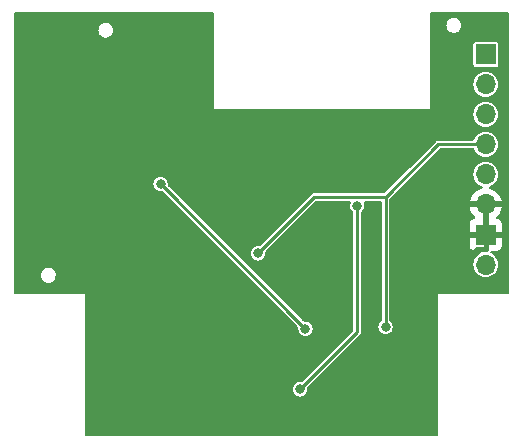
<source format=gbr>
%TF.GenerationSoftware,KiCad,Pcbnew,(6.0.4)*%
%TF.CreationDate,2022-03-25T23:20:21+00:00*%
%TF.ProjectId,IKEA Vindriktning Daughterboard,494b4541-2056-4696-9e64-72696b746e69,rev?*%
%TF.SameCoordinates,Original*%
%TF.FileFunction,Copper,L2,Bot*%
%TF.FilePolarity,Positive*%
%FSLAX46Y46*%
G04 Gerber Fmt 4.6, Leading zero omitted, Abs format (unit mm)*
G04 Created by KiCad (PCBNEW (6.0.4)) date 2022-03-25 23:20:21*
%MOMM*%
%LPD*%
G01*
G04 APERTURE LIST*
%TA.AperFunction,ComponentPad*%
%ADD10R,1.700000X1.700000*%
%TD*%
%TA.AperFunction,ComponentPad*%
%ADD11O,1.700000X1.700000*%
%TD*%
%TA.AperFunction,ViaPad*%
%ADD12C,0.800000*%
%TD*%
%TA.AperFunction,Conductor*%
%ADD13C,0.400000*%
%TD*%
%TA.AperFunction,Conductor*%
%ADD14C,0.250000*%
%TD*%
G04 APERTURE END LIST*
D10*
%TO.P,J1,1,Pin_1*%
%TO.N,unconnected-(J1-Pad1)*%
X80000000Y-83650000D03*
D11*
%TO.P,J1,2,Pin_2*%
%TO.N,TXD*%
X80000000Y-86190000D03*
%TO.P,J1,3,Pin_3*%
%TO.N,RXD*%
X80000000Y-88730000D03*
%TO.P,J1,4,Pin_4*%
%TO.N,LDR_A*%
X80000000Y-91270000D03*
%TO.P,J1,5,Pin_5*%
%TO.N,unconnected-(J1-Pad5)*%
X80000000Y-93810000D03*
%TO.P,J1,6,Pin_6*%
%TO.N,GND*%
X80000000Y-96350000D03*
%TD*%
D10*
%TO.P,J4,1,Pin_1*%
%TO.N,GND*%
X80000000Y-98910000D03*
D11*
%TO.P,J4,2,Pin_2*%
%TO.N,Net-(J4-Pad2)*%
X80000000Y-101450000D03*
%TD*%
D12*
%TO.N,GND*%
X55483000Y-103347700D03*
%TO.N,LDR_A*%
X60721800Y-100500000D03*
X71515300Y-106736400D03*
%TO.N,SensorIn*%
X64268400Y-112015600D03*
X69107000Y-96481100D03*
%TO.N,LDR_B*%
X64729200Y-106874100D03*
X52461700Y-94606600D03*
%TD*%
D13*
%TO.N,GND*%
X80000000Y-96350000D02*
X80000000Y-98910000D01*
X63931800Y-112817900D02*
X55483000Y-104369100D01*
X80000000Y-98910000D02*
X80000000Y-100160300D01*
X80000000Y-100160300D02*
X79223400Y-100160300D01*
X66565800Y-112817900D02*
X63931800Y-112817900D01*
X55483000Y-104369100D02*
X55483000Y-103347700D01*
X79223400Y-100160300D02*
X66565800Y-112817900D01*
D14*
%TO.N,LDR_A*%
X75989700Y-91270000D02*
X71515300Y-95744400D01*
X71515300Y-95744400D02*
X65477400Y-95744400D01*
X71515300Y-95744400D02*
X71515300Y-106736400D01*
X65477400Y-95744400D02*
X60721800Y-100500000D01*
X80000000Y-91270000D02*
X75989700Y-91270000D01*
%TO.N,SensorIn*%
X64268400Y-112015600D02*
X69107000Y-107177000D01*
X69107000Y-107177000D02*
X69107000Y-96481100D01*
%TO.N,LDR_B*%
X64729200Y-106874100D02*
X52461700Y-94606600D01*
%TD*%
%TA.AperFunction,Conductor*%
%TO.N,GND*%
G36*
X56942121Y-80070502D02*
G01*
X56988614Y-80124158D01*
X57000000Y-80176500D01*
X57000000Y-88250000D01*
X75250000Y-88250000D01*
X75250000Y-86175262D01*
X78944520Y-86175262D01*
X78961759Y-86380553D01*
X79018544Y-86578586D01*
X79021359Y-86584063D01*
X79021360Y-86584066D01*
X79042247Y-86624707D01*
X79112712Y-86761818D01*
X79240677Y-86923270D01*
X79397564Y-87056791D01*
X79577398Y-87157297D01*
X79672238Y-87188113D01*
X79767471Y-87219056D01*
X79767475Y-87219057D01*
X79773329Y-87220959D01*
X79977894Y-87245351D01*
X79984029Y-87244879D01*
X79984031Y-87244879D01*
X80040039Y-87240569D01*
X80183300Y-87229546D01*
X80189230Y-87227890D01*
X80189232Y-87227890D01*
X80375797Y-87175800D01*
X80375796Y-87175800D01*
X80381725Y-87174145D01*
X80387214Y-87171372D01*
X80387220Y-87171370D01*
X80560116Y-87084033D01*
X80565610Y-87081258D01*
X80727951Y-86954424D01*
X80862564Y-86798472D01*
X80883387Y-86761818D01*
X80961276Y-86624707D01*
X80964323Y-86619344D01*
X81029351Y-86423863D01*
X81055171Y-86219474D01*
X81055583Y-86190000D01*
X81035480Y-85984970D01*
X80975935Y-85787749D01*
X80879218Y-85605849D01*
X80805859Y-85515902D01*
X80752906Y-85450975D01*
X80752903Y-85450972D01*
X80749011Y-85446200D01*
X80731786Y-85431950D01*
X80595025Y-85318811D01*
X80595021Y-85318809D01*
X80590275Y-85314882D01*
X80409055Y-85216897D01*
X80212254Y-85155977D01*
X80206129Y-85155333D01*
X80206128Y-85155333D01*
X80013498Y-85135087D01*
X80013496Y-85135087D01*
X80007369Y-85134443D01*
X79920529Y-85142346D01*
X79808342Y-85152555D01*
X79808339Y-85152556D01*
X79802203Y-85153114D01*
X79604572Y-85211280D01*
X79422002Y-85306726D01*
X79417201Y-85310586D01*
X79417198Y-85310588D01*
X79406971Y-85318811D01*
X79261447Y-85435815D01*
X79129024Y-85593630D01*
X79126056Y-85599028D01*
X79126053Y-85599033D01*
X79119315Y-85611290D01*
X79029776Y-85774162D01*
X78967484Y-85970532D01*
X78966798Y-85976649D01*
X78966797Y-85976653D01*
X78945207Y-86169137D01*
X78944520Y-86175262D01*
X75250000Y-86175262D01*
X75250000Y-84519748D01*
X78949500Y-84519748D01*
X78961133Y-84578231D01*
X79005448Y-84644552D01*
X79071769Y-84688867D01*
X79083938Y-84691288D01*
X79083939Y-84691288D01*
X79124184Y-84699293D01*
X79130252Y-84700500D01*
X80869748Y-84700500D01*
X80875816Y-84699293D01*
X80916061Y-84691288D01*
X80916062Y-84691288D01*
X80928231Y-84688867D01*
X80994552Y-84644552D01*
X81038867Y-84578231D01*
X81050500Y-84519748D01*
X81050500Y-82780252D01*
X81038867Y-82721769D01*
X80994552Y-82655448D01*
X80928231Y-82611133D01*
X80916062Y-82608712D01*
X80916061Y-82608712D01*
X80875816Y-82600707D01*
X80869748Y-82599500D01*
X79130252Y-82599500D01*
X79124184Y-82600707D01*
X79083939Y-82608712D01*
X79083938Y-82608712D01*
X79071769Y-82611133D01*
X79005448Y-82655448D01*
X78961133Y-82721769D01*
X78949500Y-82780252D01*
X78949500Y-84519748D01*
X75250000Y-84519748D01*
X75250000Y-81193391D01*
X76662934Y-81193391D01*
X76663664Y-81200000D01*
X76679573Y-81344112D01*
X76731685Y-81486514D01*
X76735922Y-81492820D01*
X76735924Y-81492823D01*
X76747602Y-81510201D01*
X76816260Y-81612374D01*
X76928415Y-81714428D01*
X76935092Y-81718053D01*
X76935093Y-81718054D01*
X77054999Y-81783158D01*
X77055001Y-81783159D01*
X77061676Y-81786783D01*
X77069025Y-81788711D01*
X77201000Y-81823334D01*
X77201002Y-81823334D01*
X77208350Y-81825262D01*
X77289737Y-81826541D01*
X77352371Y-81827525D01*
X77352374Y-81827525D01*
X77359968Y-81827644D01*
X77419279Y-81814060D01*
X77500379Y-81795486D01*
X77500382Y-81795485D01*
X77507778Y-81793791D01*
X77514555Y-81790382D01*
X77514559Y-81790381D01*
X77636460Y-81729070D01*
X77643246Y-81725657D01*
X77725863Y-81655096D01*
X77752778Y-81632109D01*
X77752780Y-81632106D01*
X77758552Y-81627177D01*
X77847038Y-81504035D01*
X77851545Y-81492823D01*
X77900764Y-81370389D01*
X77900765Y-81370387D01*
X77903597Y-81363341D01*
X77924963Y-81213217D01*
X77925101Y-81200000D01*
X77924302Y-81193391D01*
X77910794Y-81081772D01*
X77906884Y-81049461D01*
X77853284Y-80907613D01*
X77767396Y-80782645D01*
X77654178Y-80681772D01*
X77520166Y-80610816D01*
X77373098Y-80573875D01*
X77365500Y-80573835D01*
X77365498Y-80573835D01*
X77302145Y-80573503D01*
X77221463Y-80573081D01*
X77214083Y-80574853D01*
X77214081Y-80574853D01*
X77081401Y-80606707D01*
X77074016Y-80608480D01*
X76939269Y-80678029D01*
X76825001Y-80777711D01*
X76737809Y-80901773D01*
X76682726Y-81043052D01*
X76681734Y-81050585D01*
X76681734Y-81050586D01*
X76677464Y-81083023D01*
X76662934Y-81193391D01*
X75250000Y-81193391D01*
X75250000Y-80176500D01*
X75270002Y-80108379D01*
X75323658Y-80061886D01*
X75376000Y-80050500D01*
X81823500Y-80050500D01*
X81891621Y-80070502D01*
X81938114Y-80124158D01*
X81949500Y-80176500D01*
X81949500Y-103823500D01*
X81929498Y-103891621D01*
X81875842Y-103938114D01*
X81823500Y-103949500D01*
X76010045Y-103949500D01*
X76010045Y-103947921D01*
X76007305Y-103948365D01*
X76000000Y-103945339D01*
X75989955Y-103949500D01*
X75961349Y-103961349D01*
X75945339Y-104000000D01*
X75949414Y-104009838D01*
X75948228Y-104020875D01*
X75949500Y-104029724D01*
X75949500Y-115823500D01*
X75929498Y-115891621D01*
X75875842Y-115938114D01*
X75823500Y-115949500D01*
X46176500Y-115949500D01*
X46108379Y-115929498D01*
X46061886Y-115875842D01*
X46050500Y-115823500D01*
X46050500Y-104010045D01*
X46052079Y-104010045D01*
X46051635Y-104007305D01*
X46054661Y-104000000D01*
X46050586Y-103990162D01*
X46050586Y-103990161D01*
X46045583Y-103978084D01*
X46038651Y-103961349D01*
X46021875Y-103954400D01*
X46016738Y-103952272D01*
X46016737Y-103952272D01*
X46010045Y-103949500D01*
X46000000Y-103945339D01*
X45990161Y-103949415D01*
X45979125Y-103948228D01*
X45970278Y-103949500D01*
X40176500Y-103949500D01*
X40108379Y-103929498D01*
X40061886Y-103875842D01*
X40050500Y-103823500D01*
X40050500Y-102353391D01*
X42328934Y-102353391D01*
X42329664Y-102360000D01*
X42345573Y-102504112D01*
X42397685Y-102646514D01*
X42401922Y-102652820D01*
X42401924Y-102652823D01*
X42413602Y-102670201D01*
X42482260Y-102772374D01*
X42594415Y-102874428D01*
X42601092Y-102878053D01*
X42601093Y-102878054D01*
X42720999Y-102943158D01*
X42721001Y-102943159D01*
X42727676Y-102946783D01*
X42735025Y-102948711D01*
X42867000Y-102983334D01*
X42867002Y-102983334D01*
X42874350Y-102985262D01*
X42955737Y-102986541D01*
X43018371Y-102987525D01*
X43018374Y-102987525D01*
X43025968Y-102987644D01*
X43085279Y-102974060D01*
X43166379Y-102955486D01*
X43166382Y-102955485D01*
X43173778Y-102953791D01*
X43180555Y-102950382D01*
X43180559Y-102950381D01*
X43302460Y-102889070D01*
X43309246Y-102885657D01*
X43391863Y-102815096D01*
X43418778Y-102792109D01*
X43418780Y-102792106D01*
X43424552Y-102787177D01*
X43513038Y-102664035D01*
X43517545Y-102652823D01*
X43566764Y-102530389D01*
X43566765Y-102530387D01*
X43569597Y-102523341D01*
X43590963Y-102373217D01*
X43591101Y-102360000D01*
X43590302Y-102353391D01*
X43573796Y-102217001D01*
X43572884Y-102209461D01*
X43519284Y-102067613D01*
X43433396Y-101942645D01*
X43320178Y-101841772D01*
X43186166Y-101770816D01*
X43039098Y-101733875D01*
X43031500Y-101733835D01*
X43031498Y-101733835D01*
X42968145Y-101733503D01*
X42887463Y-101733081D01*
X42880083Y-101734853D01*
X42880081Y-101734853D01*
X42747401Y-101766707D01*
X42740016Y-101768480D01*
X42605269Y-101838029D01*
X42599545Y-101843022D01*
X42599544Y-101843023D01*
X42595186Y-101846825D01*
X42491001Y-101937711D01*
X42455366Y-101988415D01*
X42409895Y-102053114D01*
X42403809Y-102061773D01*
X42348726Y-102203052D01*
X42347734Y-102210585D01*
X42347734Y-102210586D01*
X42346730Y-102218213D01*
X42328934Y-102353391D01*
X40050500Y-102353391D01*
X40050500Y-94606600D01*
X51856018Y-94606600D01*
X51876656Y-94763362D01*
X51937164Y-94909441D01*
X52033418Y-95034882D01*
X52158859Y-95131136D01*
X52304938Y-95191644D01*
X52313126Y-95192722D01*
X52333255Y-95195372D01*
X52461700Y-95212282D01*
X52528543Y-95203482D01*
X52598690Y-95214421D01*
X52634083Y-95239309D01*
X64096491Y-106701717D01*
X64130517Y-106764029D01*
X64132318Y-106807257D01*
X64123518Y-106874100D01*
X64144156Y-107030862D01*
X64204664Y-107176941D01*
X64209691Y-107183492D01*
X64291452Y-107290045D01*
X64300918Y-107302382D01*
X64426359Y-107398636D01*
X64572438Y-107459144D01*
X64729200Y-107479782D01*
X64737388Y-107478704D01*
X64877774Y-107460222D01*
X64885962Y-107459144D01*
X65032041Y-107398636D01*
X65157482Y-107302382D01*
X65166949Y-107290045D01*
X65248709Y-107183492D01*
X65253736Y-107176941D01*
X65314244Y-107030862D01*
X65334882Y-106874100D01*
X65314244Y-106717338D01*
X65253736Y-106571259D01*
X65157482Y-106445818D01*
X65032041Y-106349564D01*
X64885962Y-106289056D01*
X64729200Y-106268418D01*
X64662357Y-106277218D01*
X64592210Y-106266279D01*
X64556817Y-106241391D01*
X58815426Y-100500000D01*
X60116118Y-100500000D01*
X60136756Y-100656762D01*
X60197264Y-100802841D01*
X60293518Y-100928282D01*
X60418959Y-101024536D01*
X60565038Y-101085044D01*
X60721800Y-101105682D01*
X60729988Y-101104604D01*
X60870374Y-101086122D01*
X60878562Y-101085044D01*
X61024641Y-101024536D01*
X61150082Y-100928282D01*
X61246336Y-100802841D01*
X61306844Y-100656762D01*
X61327482Y-100500000D01*
X61318682Y-100433157D01*
X61329621Y-100363010D01*
X61354509Y-100327617D01*
X65575321Y-96106805D01*
X65637633Y-96072779D01*
X65664416Y-96069900D01*
X68438775Y-96069900D01*
X68506896Y-96089902D01*
X68553389Y-96143558D01*
X68563493Y-96213832D01*
X68555184Y-96244118D01*
X68521956Y-96324338D01*
X68501318Y-96481100D01*
X68521956Y-96637862D01*
X68582464Y-96783941D01*
X68678718Y-96909382D01*
X68685264Y-96914405D01*
X68732204Y-96950423D01*
X68774071Y-97007761D01*
X68781500Y-97050386D01*
X68781500Y-106989984D01*
X68761498Y-107058105D01*
X68744595Y-107079079D01*
X64440783Y-111382891D01*
X64378471Y-111416917D01*
X64335243Y-111418718D01*
X64268400Y-111409918D01*
X64111638Y-111430556D01*
X63965559Y-111491064D01*
X63840118Y-111587318D01*
X63743864Y-111712759D01*
X63683356Y-111858838D01*
X63662718Y-112015600D01*
X63683356Y-112172362D01*
X63743864Y-112318441D01*
X63840118Y-112443882D01*
X63965559Y-112540136D01*
X64111638Y-112600644D01*
X64268400Y-112621282D01*
X64276588Y-112620204D01*
X64416974Y-112601722D01*
X64425162Y-112600644D01*
X64571241Y-112540136D01*
X64696682Y-112443882D01*
X64792936Y-112318441D01*
X64853444Y-112172362D01*
X64874082Y-112015600D01*
X64865282Y-111948757D01*
X64876221Y-111878610D01*
X64901109Y-111843217D01*
X69323215Y-107421111D01*
X69331319Y-107413684D01*
X69337805Y-107408241D01*
X69360194Y-107389455D01*
X69365707Y-107379906D01*
X69379039Y-107356815D01*
X69384945Y-107347544D01*
X69400230Y-107325715D01*
X69406554Y-107316684D01*
X69409408Y-107306034D01*
X69410885Y-107302866D01*
X69412077Y-107299590D01*
X69417588Y-107290045D01*
X69424130Y-107252942D01*
X69426509Y-107242210D01*
X69436264Y-107205807D01*
X69432979Y-107168257D01*
X69432500Y-107157276D01*
X69432500Y-97050386D01*
X69452502Y-96982265D01*
X69481796Y-96950423D01*
X69528736Y-96914405D01*
X69535282Y-96909382D01*
X69631536Y-96783941D01*
X69692044Y-96637862D01*
X69712682Y-96481100D01*
X69692044Y-96324338D01*
X69658816Y-96244118D01*
X69651227Y-96173528D01*
X69683006Y-96110041D01*
X69744065Y-96073814D01*
X69775225Y-96069900D01*
X71063800Y-96069900D01*
X71131921Y-96089902D01*
X71178414Y-96143558D01*
X71189800Y-96195900D01*
X71189800Y-106167114D01*
X71169798Y-106235235D01*
X71140504Y-106267077D01*
X71087018Y-106308118D01*
X70990764Y-106433559D01*
X70930256Y-106579638D01*
X70909618Y-106736400D01*
X70930256Y-106893162D01*
X70990764Y-107039241D01*
X71087018Y-107164682D01*
X71212459Y-107260936D01*
X71358538Y-107321444D01*
X71366726Y-107322522D01*
X71436919Y-107331763D01*
X71515300Y-107342082D01*
X71523488Y-107341004D01*
X71663874Y-107322522D01*
X71672062Y-107321444D01*
X71818141Y-107260936D01*
X71943582Y-107164682D01*
X72039836Y-107039241D01*
X72100344Y-106893162D01*
X72120982Y-106736400D01*
X72100344Y-106579638D01*
X72039836Y-106433559D01*
X71943582Y-106308118D01*
X71890096Y-106267077D01*
X71848229Y-106209739D01*
X71840800Y-106167114D01*
X71840800Y-99804669D01*
X78642001Y-99804669D01*
X78642371Y-99811490D01*
X78647895Y-99862352D01*
X78651521Y-99877604D01*
X78696676Y-99998054D01*
X78705214Y-100013649D01*
X78781715Y-100115724D01*
X78794276Y-100128285D01*
X78896351Y-100204786D01*
X78911946Y-100213324D01*
X79032394Y-100258478D01*
X79047649Y-100262105D01*
X79098514Y-100267631D01*
X79105328Y-100268000D01*
X79480432Y-100268000D01*
X79548553Y-100288002D01*
X79595046Y-100341658D01*
X79605150Y-100411932D01*
X79575656Y-100476512D01*
X79538812Y-100505659D01*
X79422002Y-100566726D01*
X79417201Y-100570586D01*
X79417198Y-100570588D01*
X79406971Y-100578811D01*
X79261447Y-100695815D01*
X79129024Y-100853630D01*
X79126056Y-100859028D01*
X79126053Y-100859033D01*
X79035068Y-101024536D01*
X79029776Y-101034162D01*
X78967484Y-101230532D01*
X78966798Y-101236649D01*
X78966797Y-101236653D01*
X78945207Y-101429137D01*
X78944520Y-101435262D01*
X78961759Y-101640553D01*
X78963458Y-101646478D01*
X79000131Y-101774371D01*
X79018544Y-101838586D01*
X79021359Y-101844063D01*
X79021360Y-101844066D01*
X79075239Y-101948904D01*
X79112712Y-102021818D01*
X79240677Y-102183270D01*
X79397564Y-102316791D01*
X79577398Y-102417297D01*
X79672238Y-102448113D01*
X79767471Y-102479056D01*
X79767475Y-102479057D01*
X79773329Y-102480959D01*
X79977894Y-102505351D01*
X79984029Y-102504879D01*
X79984031Y-102504879D01*
X80040039Y-102500569D01*
X80183300Y-102489546D01*
X80189230Y-102487890D01*
X80189232Y-102487890D01*
X80375797Y-102435800D01*
X80375796Y-102435800D01*
X80381725Y-102434145D01*
X80387214Y-102431372D01*
X80387220Y-102431370D01*
X80541591Y-102353391D01*
X80565610Y-102341258D01*
X80727951Y-102214424D01*
X80743878Y-102195973D01*
X80858540Y-102063134D01*
X80858540Y-102063133D01*
X80862564Y-102058472D01*
X80883387Y-102021818D01*
X80961276Y-101884707D01*
X80964323Y-101879344D01*
X81029351Y-101683863D01*
X81055171Y-101479474D01*
X81055583Y-101450000D01*
X81035480Y-101244970D01*
X80975935Y-101047749D01*
X80879218Y-100865849D01*
X80805859Y-100775902D01*
X80752906Y-100710975D01*
X80752903Y-100710972D01*
X80749011Y-100706200D01*
X80689251Y-100656762D01*
X80595025Y-100578811D01*
X80595021Y-100578809D01*
X80590275Y-100574882D01*
X80462255Y-100505662D01*
X80460726Y-100504835D01*
X80410317Y-100454840D01*
X80394940Y-100385529D01*
X80419476Y-100318907D01*
X80476136Y-100276126D01*
X80520655Y-100267999D01*
X80894669Y-100267999D01*
X80901490Y-100267629D01*
X80952352Y-100262105D01*
X80967604Y-100258479D01*
X81088054Y-100213324D01*
X81103649Y-100204786D01*
X81205724Y-100128285D01*
X81218285Y-100115724D01*
X81294786Y-100013649D01*
X81303324Y-99998054D01*
X81348478Y-99877606D01*
X81352105Y-99862351D01*
X81357631Y-99811486D01*
X81358000Y-99804672D01*
X81358000Y-99182115D01*
X81353525Y-99166876D01*
X81352135Y-99165671D01*
X81344452Y-99164000D01*
X78660116Y-99164000D01*
X78644877Y-99168475D01*
X78643672Y-99169865D01*
X78642001Y-99177548D01*
X78642001Y-99804669D01*
X71840800Y-99804669D01*
X71840800Y-98637885D01*
X78642000Y-98637885D01*
X78646475Y-98653124D01*
X78647865Y-98654329D01*
X78655548Y-98656000D01*
X79727885Y-98656000D01*
X79743124Y-98651525D01*
X79744329Y-98650135D01*
X79746000Y-98642452D01*
X79746000Y-98637885D01*
X80254000Y-98637885D01*
X80258475Y-98653124D01*
X80259865Y-98654329D01*
X80267548Y-98656000D01*
X81339884Y-98656000D01*
X81355123Y-98651525D01*
X81356328Y-98650135D01*
X81357999Y-98642452D01*
X81357999Y-98015331D01*
X81357629Y-98008510D01*
X81352105Y-97957648D01*
X81348479Y-97942396D01*
X81303324Y-97821946D01*
X81294786Y-97806351D01*
X81218285Y-97704276D01*
X81205724Y-97691715D01*
X81103649Y-97615214D01*
X81088054Y-97606676D01*
X80962714Y-97559688D01*
X80905950Y-97517046D01*
X80881250Y-97450485D01*
X80896457Y-97381136D01*
X80918004Y-97352456D01*
X81034051Y-97236812D01*
X81040730Y-97228965D01*
X81165003Y-97056020D01*
X81170313Y-97047183D01*
X81264670Y-96856267D01*
X81268469Y-96846672D01*
X81330377Y-96642910D01*
X81332555Y-96632837D01*
X81333986Y-96621962D01*
X81331775Y-96607778D01*
X81318617Y-96604000D01*
X80272115Y-96604000D01*
X80256876Y-96608475D01*
X80255671Y-96609865D01*
X80254000Y-96617548D01*
X80254000Y-98637885D01*
X79746000Y-98637885D01*
X79746000Y-96622115D01*
X79741525Y-96606876D01*
X79740135Y-96605671D01*
X79732452Y-96604000D01*
X78683225Y-96604000D01*
X78669694Y-96607973D01*
X78668257Y-96617966D01*
X78698565Y-96752446D01*
X78701645Y-96762275D01*
X78781770Y-96959603D01*
X78786413Y-96968794D01*
X78897694Y-97150388D01*
X78903777Y-97158699D01*
X79043213Y-97319667D01*
X79050580Y-97326883D01*
X79072559Y-97345130D01*
X79112194Y-97404033D01*
X79113692Y-97475014D01*
X79076577Y-97535537D01*
X79036304Y-97560056D01*
X78911946Y-97606676D01*
X78896351Y-97615214D01*
X78794276Y-97691715D01*
X78781715Y-97704276D01*
X78705214Y-97806351D01*
X78696676Y-97821946D01*
X78651522Y-97942394D01*
X78647895Y-97957649D01*
X78642369Y-98008514D01*
X78642000Y-98015328D01*
X78642000Y-98637885D01*
X71840800Y-98637885D01*
X71840800Y-96084183D01*
X78664389Y-96084183D01*
X78665912Y-96092607D01*
X78678292Y-96096000D01*
X81318344Y-96096000D01*
X81331875Y-96092027D01*
X81333180Y-96082947D01*
X81291214Y-95915875D01*
X81287894Y-95906124D01*
X81202972Y-95710814D01*
X81198105Y-95701739D01*
X81082426Y-95522926D01*
X81076136Y-95514757D01*
X80932806Y-95357240D01*
X80925273Y-95350215D01*
X80758139Y-95218222D01*
X80749552Y-95212517D01*
X80563117Y-95109599D01*
X80553705Y-95105369D01*
X80362031Y-95037493D01*
X80304495Y-94995899D01*
X80278579Y-94929801D01*
X80292513Y-94860185D01*
X80341872Y-94809154D01*
X80370206Y-94797362D01*
X80375790Y-94795803D01*
X80375799Y-94795800D01*
X80381725Y-94794145D01*
X80387214Y-94791372D01*
X80387220Y-94791370D01*
X80560116Y-94704033D01*
X80565610Y-94701258D01*
X80727951Y-94574424D01*
X80862564Y-94418472D01*
X80883387Y-94381818D01*
X80927730Y-94303759D01*
X80964323Y-94239344D01*
X81029351Y-94043863D01*
X81055171Y-93839474D01*
X81055583Y-93810000D01*
X81035480Y-93604970D01*
X80975935Y-93407749D01*
X80879218Y-93225849D01*
X80805859Y-93135902D01*
X80752906Y-93070975D01*
X80752903Y-93070972D01*
X80749011Y-93066200D01*
X80731786Y-93051950D01*
X80595025Y-92938811D01*
X80595021Y-92938809D01*
X80590275Y-92934882D01*
X80409055Y-92836897D01*
X80212254Y-92775977D01*
X80206129Y-92775333D01*
X80206128Y-92775333D01*
X80013498Y-92755087D01*
X80013496Y-92755087D01*
X80007369Y-92754443D01*
X79920529Y-92762346D01*
X79808342Y-92772555D01*
X79808339Y-92772556D01*
X79802203Y-92773114D01*
X79604572Y-92831280D01*
X79422002Y-92926726D01*
X79417201Y-92930586D01*
X79417198Y-92930588D01*
X79406971Y-92938811D01*
X79261447Y-93055815D01*
X79129024Y-93213630D01*
X79126056Y-93219028D01*
X79126053Y-93219033D01*
X79119315Y-93231290D01*
X79029776Y-93394162D01*
X78967484Y-93590532D01*
X78966798Y-93596649D01*
X78966797Y-93596653D01*
X78945207Y-93789137D01*
X78944520Y-93795262D01*
X78961759Y-94000553D01*
X79018544Y-94198586D01*
X79021359Y-94204063D01*
X79021360Y-94204066D01*
X79109897Y-94376341D01*
X79112712Y-94381818D01*
X79240677Y-94543270D01*
X79245370Y-94547264D01*
X79245371Y-94547265D01*
X79324711Y-94614788D01*
X79397564Y-94676791D01*
X79577398Y-94777297D01*
X79642437Y-94798429D01*
X79701042Y-94838502D01*
X79728680Y-94903898D01*
X79716574Y-94973855D01*
X79668568Y-95026162D01*
X79642646Y-95038027D01*
X79476868Y-95092212D01*
X79467359Y-95096209D01*
X79278463Y-95194542D01*
X79269738Y-95200036D01*
X79099433Y-95327905D01*
X79091726Y-95334748D01*
X78944590Y-95488717D01*
X78938104Y-95496727D01*
X78818098Y-95672649D01*
X78813000Y-95681623D01*
X78723338Y-95874783D01*
X78719775Y-95884470D01*
X78664389Y-96084183D01*
X71840800Y-96084183D01*
X71840800Y-95931416D01*
X71860802Y-95863295D01*
X71877705Y-95842321D01*
X76087622Y-91632405D01*
X76149934Y-91598379D01*
X76176717Y-91595500D01*
X78909211Y-91595500D01*
X78977332Y-91615502D01*
X79021278Y-91663906D01*
X79112712Y-91841818D01*
X79240677Y-92003270D01*
X79397564Y-92136791D01*
X79577398Y-92237297D01*
X79672238Y-92268112D01*
X79767471Y-92299056D01*
X79767475Y-92299057D01*
X79773329Y-92300959D01*
X79977894Y-92325351D01*
X79984029Y-92324879D01*
X79984031Y-92324879D01*
X80040039Y-92320569D01*
X80183300Y-92309546D01*
X80189230Y-92307890D01*
X80189232Y-92307890D01*
X80375797Y-92255800D01*
X80375796Y-92255800D01*
X80381725Y-92254145D01*
X80387214Y-92251372D01*
X80387220Y-92251370D01*
X80560116Y-92164033D01*
X80565610Y-92161258D01*
X80727951Y-92034424D01*
X80862564Y-91878472D01*
X80883387Y-91841818D01*
X80961276Y-91704707D01*
X80964323Y-91699344D01*
X81029351Y-91503863D01*
X81055171Y-91299474D01*
X81055583Y-91270000D01*
X81035480Y-91064970D01*
X80975935Y-90867749D01*
X80879218Y-90685849D01*
X80805859Y-90595902D01*
X80752906Y-90530975D01*
X80752903Y-90530972D01*
X80749011Y-90526200D01*
X80731786Y-90511950D01*
X80595025Y-90398811D01*
X80595021Y-90398809D01*
X80590275Y-90394882D01*
X80409055Y-90296897D01*
X80212254Y-90235977D01*
X80206129Y-90235333D01*
X80206128Y-90235333D01*
X80013498Y-90215087D01*
X80013496Y-90215087D01*
X80007369Y-90214443D01*
X79920529Y-90222346D01*
X79808342Y-90232555D01*
X79808339Y-90232556D01*
X79802203Y-90233114D01*
X79604572Y-90291280D01*
X79422002Y-90386726D01*
X79417201Y-90390586D01*
X79417198Y-90390588D01*
X79406971Y-90398811D01*
X79261447Y-90515815D01*
X79129024Y-90673630D01*
X79126056Y-90679028D01*
X79126053Y-90679033D01*
X79119315Y-90691290D01*
X79029776Y-90854162D01*
X79027914Y-90860031D01*
X79025485Y-90865699D01*
X79023458Y-90864830D01*
X78989342Y-90915481D01*
X78924140Y-90943575D01*
X78908901Y-90944500D01*
X76009413Y-90944500D01*
X75998432Y-90944021D01*
X75971870Y-90941697D01*
X75971868Y-90941697D01*
X75960893Y-90940737D01*
X75924483Y-90950492D01*
X75913776Y-90952866D01*
X75876655Y-90959412D01*
X75867111Y-90964922D01*
X75863835Y-90966114D01*
X75860664Y-90967593D01*
X75850016Y-90970446D01*
X75840987Y-90976768D01*
X75819149Y-90992059D01*
X75809879Y-90997964D01*
X75786796Y-91011291D01*
X75786793Y-91011293D01*
X75777245Y-91016806D01*
X75770157Y-91025253D01*
X75770156Y-91025254D01*
X75753026Y-91045669D01*
X75745600Y-91053773D01*
X73568084Y-93231290D01*
X71417379Y-95381995D01*
X71355067Y-95416021D01*
X71328284Y-95418900D01*
X65497110Y-95418900D01*
X65486128Y-95418420D01*
X65459580Y-95416097D01*
X65459578Y-95416097D01*
X65448593Y-95415136D01*
X65412185Y-95424892D01*
X65401458Y-95427270D01*
X65398099Y-95427862D01*
X65364355Y-95433812D01*
X65354810Y-95439323D01*
X65351534Y-95440515D01*
X65348366Y-95441992D01*
X65337716Y-95444846D01*
X65328685Y-95451170D01*
X65306856Y-95466455D01*
X65297585Y-95472361D01*
X65274494Y-95485693D01*
X65264945Y-95491206D01*
X65257859Y-95499651D01*
X65240715Y-95520082D01*
X65233289Y-95528185D01*
X60894183Y-99867291D01*
X60831871Y-99901317D01*
X60788643Y-99903118D01*
X60721800Y-99894318D01*
X60565038Y-99914956D01*
X60418959Y-99975464D01*
X60293518Y-100071718D01*
X60197264Y-100197159D01*
X60136756Y-100343238D01*
X60116118Y-100500000D01*
X58815426Y-100500000D01*
X53094409Y-94778983D01*
X53060383Y-94716671D01*
X53058582Y-94673442D01*
X53066304Y-94614788D01*
X53067382Y-94606600D01*
X53046744Y-94449838D01*
X52986236Y-94303759D01*
X52889982Y-94178318D01*
X52764541Y-94082064D01*
X52618462Y-94021556D01*
X52461700Y-94000918D01*
X52304938Y-94021556D01*
X52158859Y-94082064D01*
X52033418Y-94178318D01*
X51937164Y-94303759D01*
X51876656Y-94449838D01*
X51856018Y-94606600D01*
X40050500Y-94606600D01*
X40050500Y-88715262D01*
X78944520Y-88715262D01*
X78961759Y-88920553D01*
X79018544Y-89118586D01*
X79021359Y-89124063D01*
X79021360Y-89124066D01*
X79042247Y-89164707D01*
X79112712Y-89301818D01*
X79240677Y-89463270D01*
X79397564Y-89596791D01*
X79577398Y-89697297D01*
X79672238Y-89728112D01*
X79767471Y-89759056D01*
X79767475Y-89759057D01*
X79773329Y-89760959D01*
X79977894Y-89785351D01*
X79984029Y-89784879D01*
X79984031Y-89784879D01*
X80040039Y-89780569D01*
X80183300Y-89769546D01*
X80189230Y-89767890D01*
X80189232Y-89767890D01*
X80375797Y-89715800D01*
X80375796Y-89715800D01*
X80381725Y-89714145D01*
X80387214Y-89711372D01*
X80387220Y-89711370D01*
X80560116Y-89624033D01*
X80565610Y-89621258D01*
X80727951Y-89494424D01*
X80862564Y-89338472D01*
X80883387Y-89301818D01*
X80961276Y-89164707D01*
X80964323Y-89159344D01*
X81029351Y-88963863D01*
X81055171Y-88759474D01*
X81055583Y-88730000D01*
X81035480Y-88524970D01*
X80975935Y-88327749D01*
X80879218Y-88145849D01*
X80805859Y-88055902D01*
X80752906Y-87990975D01*
X80752903Y-87990972D01*
X80749011Y-87986200D01*
X80731786Y-87971950D01*
X80595025Y-87858811D01*
X80595021Y-87858809D01*
X80590275Y-87854882D01*
X80409055Y-87756897D01*
X80212254Y-87695977D01*
X80206129Y-87695333D01*
X80206128Y-87695333D01*
X80013498Y-87675087D01*
X80013496Y-87675087D01*
X80007369Y-87674443D01*
X79920529Y-87682346D01*
X79808342Y-87692555D01*
X79808339Y-87692556D01*
X79802203Y-87693114D01*
X79604572Y-87751280D01*
X79422002Y-87846726D01*
X79417201Y-87850586D01*
X79417198Y-87850588D01*
X79406971Y-87858811D01*
X79261447Y-87975815D01*
X79129024Y-88133630D01*
X79126056Y-88139028D01*
X79126053Y-88139033D01*
X79067509Y-88245525D01*
X79029776Y-88314162D01*
X78967484Y-88510532D01*
X78966798Y-88516649D01*
X78966797Y-88516653D01*
X78945207Y-88709137D01*
X78944520Y-88715262D01*
X40050500Y-88715262D01*
X40050500Y-81593391D01*
X47202934Y-81593391D01*
X47203664Y-81600000D01*
X47203768Y-81600942D01*
X47203768Y-81600944D01*
X47206664Y-81627177D01*
X47219573Y-81744112D01*
X47271685Y-81886514D01*
X47275922Y-81892820D01*
X47275924Y-81892823D01*
X47287602Y-81910201D01*
X47356260Y-82012374D01*
X47468415Y-82114428D01*
X47475092Y-82118053D01*
X47475093Y-82118054D01*
X47594999Y-82183158D01*
X47595001Y-82183159D01*
X47601676Y-82186783D01*
X47609025Y-82188711D01*
X47741000Y-82223334D01*
X47741002Y-82223334D01*
X47748350Y-82225262D01*
X47829737Y-82226541D01*
X47892371Y-82227525D01*
X47892374Y-82227525D01*
X47899968Y-82227644D01*
X47959279Y-82214060D01*
X48040379Y-82195486D01*
X48040382Y-82195485D01*
X48047778Y-82193791D01*
X48054555Y-82190382D01*
X48054559Y-82190381D01*
X48176460Y-82129070D01*
X48183246Y-82125657D01*
X48265863Y-82055096D01*
X48292778Y-82032109D01*
X48292780Y-82032106D01*
X48298552Y-82027177D01*
X48387038Y-81904035D01*
X48391545Y-81892823D01*
X48440764Y-81770389D01*
X48440765Y-81770387D01*
X48443597Y-81763341D01*
X48464963Y-81613217D01*
X48465101Y-81600000D01*
X48464302Y-81593391D01*
X48447796Y-81457001D01*
X48446884Y-81449461D01*
X48393284Y-81307613D01*
X48307396Y-81182645D01*
X48194178Y-81081772D01*
X48060166Y-81010816D01*
X47913098Y-80973875D01*
X47905500Y-80973835D01*
X47905498Y-80973835D01*
X47842145Y-80973503D01*
X47761463Y-80973081D01*
X47754083Y-80974853D01*
X47754081Y-80974853D01*
X47621401Y-81006707D01*
X47614016Y-81008480D01*
X47479269Y-81078029D01*
X47365001Y-81177711D01*
X47277809Y-81301773D01*
X47222726Y-81443052D01*
X47221734Y-81450585D01*
X47221734Y-81450586D01*
X47220133Y-81462750D01*
X47202934Y-81593391D01*
X40050500Y-81593391D01*
X40050500Y-80176500D01*
X40070502Y-80108379D01*
X40124158Y-80061886D01*
X40176500Y-80050500D01*
X56874000Y-80050500D01*
X56942121Y-80070502D01*
G37*
%TD.AperFunction*%
%TD*%
M02*

</source>
